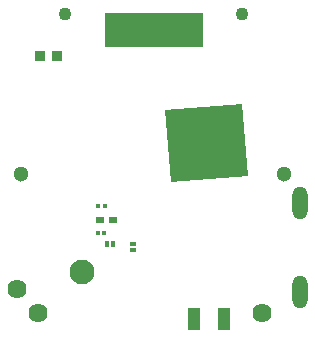
<source format=gbs>
G04 #@! TF.FileFunction,Soldermask,Bot*
%FSLAX46Y46*%
G04 Gerber Fmt 4.6, Leading zero omitted, Abs format (unit mm)*
G04 Created by KiCad (PCBNEW 4.0.5+dfsg1-4) date Sat Mar 31 12:22:37 2018*
%MOMM*%
%LPD*%
G01*
G04 APERTURE LIST*
%ADD10C,0.100000*%
%ADD11R,1.100000X1.900000*%
%ADD12R,0.700000X0.600000*%
%ADD13R,0.400000X0.450000*%
%ADD14R,0.380000X0.530000*%
%ADD15R,0.530000X0.380000*%
%ADD16R,0.900000X0.850000*%
%ADD17O,1.300000X2.800000*%
%ADD18C,1.100000*%
%ADD19C,1.300000*%
%ADD20R,8.400000X2.850000*%
%ADD21C,1.624000*%
%ADD22C,2.100000*%
G04 APERTURE END LIST*
D10*
D11*
X112876000Y-84876000D03*
X115376000Y-84876000D03*
D12*
X104898000Y-76494000D03*
X105998000Y-76494000D03*
D13*
X104728000Y-75351000D03*
X105288000Y-75351000D03*
X104702000Y-77637000D03*
X105262000Y-77637000D03*
D14*
X106004000Y-78526000D03*
X105484000Y-78526000D03*
D15*
X107649000Y-79040000D03*
X107649000Y-78520000D03*
D16*
X101287000Y-62651000D03*
X99787000Y-62651000D03*
D17*
X121800000Y-82600000D03*
X121800000Y-75100000D03*
D10*
G36*
X110899319Y-73295590D02*
X110420718Y-67214394D01*
X116900681Y-66704410D01*
X117379282Y-72785606D01*
X110899319Y-73295590D01*
X110899319Y-73295590D01*
G37*
D18*
X116900000Y-59100000D03*
D19*
X120500000Y-72600000D03*
X98200000Y-72600000D03*
D18*
X101900000Y-59100000D03*
D20*
X109500000Y-60400000D03*
D21*
X99600000Y-84400000D03*
X97870000Y-82400000D03*
X118600000Y-84400000D03*
D22*
X103350000Y-80900000D03*
M02*

</source>
